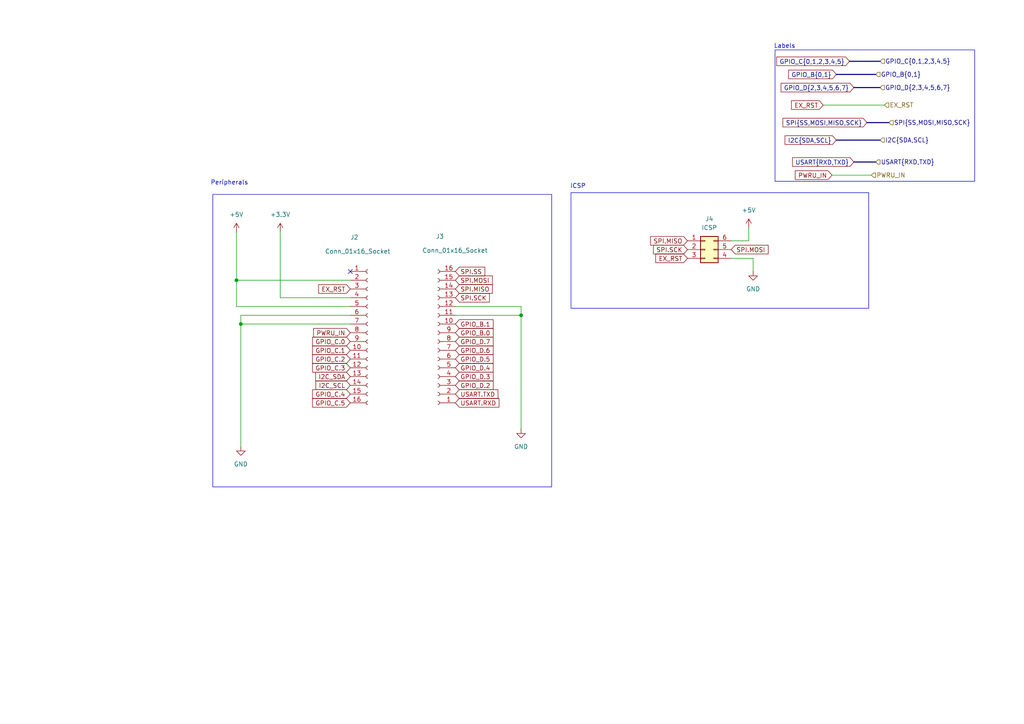
<source format=kicad_sch>
(kicad_sch
	(version 20231120)
	(generator "eeschema")
	(generator_version "8.0")
	(uuid "528918bc-6370-4981-91ea-275fffeaf55a")
	(paper "A4")
	(lib_symbols
		(symbol "Connector:Conn_01x16_Socket"
			(pin_names
				(offset 1.016) hide)
			(exclude_from_sim no)
			(in_bom yes)
			(on_board yes)
			(property "Reference" "J"
				(at 0 20.32 0)
				(effects
					(font
						(size 1.27 1.27)
					)
				)
			)
			(property "Value" "Conn_01x16_Socket"
				(at 0 -22.86 0)
				(effects
					(font
						(size 1.27 1.27)
					)
				)
			)
			(property "Footprint" ""
				(at 0 0 0)
				(effects
					(font
						(size 1.27 1.27)
					)
					(hide yes)
				)
			)
			(property "Datasheet" "~"
				(at 0 0 0)
				(effects
					(font
						(size 1.27 1.27)
					)
					(hide yes)
				)
			)
			(property "Description" "Generic connector, single row, 01x16, script generated"
				(at 0 0 0)
				(effects
					(font
						(size 1.27 1.27)
					)
					(hide yes)
				)
			)
			(property "ki_locked" ""
				(at 0 0 0)
				(effects
					(font
						(size 1.27 1.27)
					)
				)
			)
			(property "ki_keywords" "connector"
				(at 0 0 0)
				(effects
					(font
						(size 1.27 1.27)
					)
					(hide yes)
				)
			)
			(property "ki_fp_filters" "Connector*:*_1x??_*"
				(at 0 0 0)
				(effects
					(font
						(size 1.27 1.27)
					)
					(hide yes)
				)
			)
			(symbol "Conn_01x16_Socket_1_1"
				(arc
					(start 0 -19.812)
					(mid -0.5058 -20.32)
					(end 0 -20.828)
					(stroke
						(width 0.1524)
						(type default)
					)
					(fill
						(type none)
					)
				)
				(arc
					(start 0 -17.272)
					(mid -0.5058 -17.78)
					(end 0 -18.288)
					(stroke
						(width 0.1524)
						(type default)
					)
					(fill
						(type none)
					)
				)
				(arc
					(start 0 -14.732)
					(mid -0.5058 -15.24)
					(end 0 -15.748)
					(stroke
						(width 0.1524)
						(type default)
					)
					(fill
						(type none)
					)
				)
				(arc
					(start 0 -12.192)
					(mid -0.5058 -12.7)
					(end 0 -13.208)
					(stroke
						(width 0.1524)
						(type default)
					)
					(fill
						(type none)
					)
				)
				(arc
					(start 0 -9.652)
					(mid -0.5058 -10.16)
					(end 0 -10.668)
					(stroke
						(width 0.1524)
						(type default)
					)
					(fill
						(type none)
					)
				)
				(arc
					(start 0 -7.112)
					(mid -0.5058 -7.62)
					(end 0 -8.128)
					(stroke
						(width 0.1524)
						(type default)
					)
					(fill
						(type none)
					)
				)
				(arc
					(start 0 -4.572)
					(mid -0.5058 -5.08)
					(end 0 -5.588)
					(stroke
						(width 0.1524)
						(type default)
					)
					(fill
						(type none)
					)
				)
				(arc
					(start 0 -2.032)
					(mid -0.5058 -2.54)
					(end 0 -3.048)
					(stroke
						(width 0.1524)
						(type default)
					)
					(fill
						(type none)
					)
				)
				(polyline
					(pts
						(xy -1.27 -20.32) (xy -0.508 -20.32)
					)
					(stroke
						(width 0.1524)
						(type default)
					)
					(fill
						(type none)
					)
				)
				(polyline
					(pts
						(xy -1.27 -17.78) (xy -0.508 -17.78)
					)
					(stroke
						(width 0.1524)
						(type default)
					)
					(fill
						(type none)
					)
				)
				(polyline
					(pts
						(xy -1.27 -15.24) (xy -0.508 -15.24)
					)
					(stroke
						(width 0.1524)
						(type default)
					)
					(fill
						(type none)
					)
				)
				(polyline
					(pts
						(xy -1.27 -12.7) (xy -0.508 -12.7)
					)
					(stroke
						(width 0.1524)
						(type default)
					)
					(fill
						(type none)
					)
				)
				(polyline
					(pts
						(xy -1.27 -10.16) (xy -0.508 -10.16)
					)
					(stroke
						(width 0.1524)
						(type default)
					)
					(fill
						(type none)
					)
				)
				(polyline
					(pts
						(xy -1.27 -7.62) (xy -0.508 -7.62)
					)
					(stroke
						(width 0.1524)
						(type default)
					)
					(fill
						(type none)
					)
				)
				(polyline
					(pts
						(xy -1.27 -5.08) (xy -0.508 -5.08)
					)
					(stroke
						(width 0.1524)
						(type default)
					)
					(fill
						(type none)
					)
				)
				(polyline
					(pts
						(xy -1.27 -2.54) (xy -0.508 -2.54)
					)
					(stroke
						(width 0.1524)
						(type default)
					)
					(fill
						(type none)
					)
				)
				(polyline
					(pts
						(xy -1.27 0) (xy -0.508 0)
					)
					(stroke
						(width 0.1524)
						(type default)
					)
					(fill
						(type none)
					)
				)
				(polyline
					(pts
						(xy -1.27 2.54) (xy -0.508 2.54)
					)
					(stroke
						(width 0.1524)
						(type default)
					)
					(fill
						(type none)
					)
				)
				(polyline
					(pts
						(xy -1.27 5.08) (xy -0.508 5.08)
					)
					(stroke
						(width 0.1524)
						(type default)
					)
					(fill
						(type none)
					)
				)
				(polyline
					(pts
						(xy -1.27 7.62) (xy -0.508 7.62)
					)
					(stroke
						(width 0.1524)
						(type default)
					)
					(fill
						(type none)
					)
				)
				(polyline
					(pts
						(xy -1.27 10.16) (xy -0.508 10.16)
					)
					(stroke
						(width 0.1524)
						(type default)
					)
					(fill
						(type none)
					)
				)
				(polyline
					(pts
						(xy -1.27 12.7) (xy -0.508 12.7)
					)
					(stroke
						(width 0.1524)
						(type default)
					)
					(fill
						(type none)
					)
				)
				(polyline
					(pts
						(xy -1.27 15.24) (xy -0.508 15.24)
					)
					(stroke
						(width 0.1524)
						(type default)
					)
					(fill
						(type none)
					)
				)
				(polyline
					(pts
						(xy -1.27 17.78) (xy -0.508 17.78)
					)
					(stroke
						(width 0.1524)
						(type default)
					)
					(fill
						(type none)
					)
				)
				(arc
					(start 0 0.508)
					(mid -0.5058 0)
					(end 0 -0.508)
					(stroke
						(width 0.1524)
						(type default)
					)
					(fill
						(type none)
					)
				)
				(arc
					(start 0 3.048)
					(mid -0.5058 2.54)
					(end 0 2.032)
					(stroke
						(width 0.1524)
						(type default)
					)
					(fill
						(type none)
					)
				)
				(arc
					(start 0 5.588)
					(mid -0.5058 5.08)
					(end 0 4.572)
					(stroke
						(width 0.1524)
						(type default)
					)
					(fill
						(type none)
					)
				)
				(arc
					(start 0 8.128)
					(mid -0.5058 7.62)
					(end 0 7.112)
					(stroke
						(width 0.1524)
						(type default)
					)
					(fill
						(type none)
					)
				)
				(arc
					(start 0 10.668)
					(mid -0.5058 10.16)
					(end 0 9.652)
					(stroke
						(width 0.1524)
						(type default)
					)
					(fill
						(type none)
					)
				)
				(arc
					(start 0 13.208)
					(mid -0.5058 12.7)
					(end 0 12.192)
					(stroke
						(width 0.1524)
						(type default)
					)
					(fill
						(type none)
					)
				)
				(arc
					(start 0 15.748)
					(mid -0.5058 15.24)
					(end 0 14.732)
					(stroke
						(width 0.1524)
						(type default)
					)
					(fill
						(type none)
					)
				)
				(arc
					(start 0 18.288)
					(mid -0.5058 17.78)
					(end 0 17.272)
					(stroke
						(width 0.1524)
						(type default)
					)
					(fill
						(type none)
					)
				)
				(pin passive line
					(at -5.08 17.78 0)
					(length 3.81)
					(name "Pin_1"
						(effects
							(font
								(size 1.27 1.27)
							)
						)
					)
					(number "1"
						(effects
							(font
								(size 1.27 1.27)
							)
						)
					)
				)
				(pin passive line
					(at -5.08 -5.08 0)
					(length 3.81)
					(name "Pin_10"
						(effects
							(font
								(size 1.27 1.27)
							)
						)
					)
					(number "10"
						(effects
							(font
								(size 1.27 1.27)
							)
						)
					)
				)
				(pin passive line
					(at -5.08 -7.62 0)
					(length 3.81)
					(name "Pin_11"
						(effects
							(font
								(size 1.27 1.27)
							)
						)
					)
					(number "11"
						(effects
							(font
								(size 1.27 1.27)
							)
						)
					)
				)
				(pin passive line
					(at -5.08 -10.16 0)
					(length 3.81)
					(name "Pin_12"
						(effects
							(font
								(size 1.27 1.27)
							)
						)
					)
					(number "12"
						(effects
							(font
								(size 1.27 1.27)
							)
						)
					)
				)
				(pin passive line
					(at -5.08 -12.7 0)
					(length 3.81)
					(name "Pin_13"
						(effects
							(font
								(size 1.27 1.27)
							)
						)
					)
					(number "13"
						(effects
							(font
								(size 1.27 1.27)
							)
						)
					)
				)
				(pin passive line
					(at -5.08 -15.24 0)
					(length 3.81)
					(name "Pin_14"
						(effects
							(font
								(size 1.27 1.27)
							)
						)
					)
					(number "14"
						(effects
							(font
								(size 1.27 1.27)
							)
						)
					)
				)
				(pin passive line
					(at -5.08 -17.78 0)
					(length 3.81)
					(name "Pin_15"
						(effects
							(font
								(size 1.27 1.27)
							)
						)
					)
					(number "15"
						(effects
							(font
								(size 1.27 1.27)
							)
						)
					)
				)
				(pin passive line
					(at -5.08 -20.32 0)
					(length 3.81)
					(name "Pin_16"
						(effects
							(font
								(size 1.27 1.27)
							)
						)
					)
					(number "16"
						(effects
							(font
								(size 1.27 1.27)
							)
						)
					)
				)
				(pin passive line
					(at -5.08 15.24 0)
					(length 3.81)
					(name "Pin_2"
						(effects
							(font
								(size 1.27 1.27)
							)
						)
					)
					(number "2"
						(effects
							(font
								(size 1.27 1.27)
							)
						)
					)
				)
				(pin passive line
					(at -5.08 12.7 0)
					(length 3.81)
					(name "Pin_3"
						(effects
							(font
								(size 1.27 1.27)
							)
						)
					)
					(number "3"
						(effects
							(font
								(size 1.27 1.27)
							)
						)
					)
				)
				(pin passive line
					(at -5.08 10.16 0)
					(length 3.81)
					(name "Pin_4"
						(effects
							(font
								(size 1.27 1.27)
							)
						)
					)
					(number "4"
						(effects
							(font
								(size 1.27 1.27)
							)
						)
					)
				)
				(pin passive line
					(at -5.08 7.62 0)
					(length 3.81)
					(name "Pin_5"
						(effects
							(font
								(size 1.27 1.27)
							)
						)
					)
					(number "5"
						(effects
							(font
								(size 1.27 1.27)
							)
						)
					)
				)
				(pin passive line
					(at -5.08 5.08 0)
					(length 3.81)
					(name "Pin_6"
						(effects
							(font
								(size 1.27 1.27)
							)
						)
					)
					(number "6"
						(effects
							(font
								(size 1.27 1.27)
							)
						)
					)
				)
				(pin passive line
					(at -5.08 2.54 0)
					(length 3.81)
					(name "Pin_7"
						(effects
							(font
								(size 1.27 1.27)
							)
						)
					)
					(number "7"
						(effects
							(font
								(size 1.27 1.27)
							)
						)
					)
				)
				(pin passive line
					(at -5.08 0 0)
					(length 3.81)
					(name "Pin_8"
						(effects
							(font
								(size 1.27 1.27)
							)
						)
					)
					(number "8"
						(effects
							(font
								(size 1.27 1.27)
							)
						)
					)
				)
				(pin passive line
					(at -5.08 -2.54 0)
					(length 3.81)
					(name "Pin_9"
						(effects
							(font
								(size 1.27 1.27)
							)
						)
					)
					(number "9"
						(effects
							(font
								(size 1.27 1.27)
							)
						)
					)
				)
			)
		)
		(symbol "Connector_Generic:Conn_02x03_Counter_Clockwise"
			(pin_names
				(offset 1.016) hide)
			(exclude_from_sim no)
			(in_bom yes)
			(on_board yes)
			(property "Reference" "J"
				(at 1.27 5.08 0)
				(effects
					(font
						(size 1.27 1.27)
					)
				)
			)
			(property "Value" "Conn_02x03_Counter_Clockwise"
				(at 1.27 -5.08 0)
				(effects
					(font
						(size 1.27 1.27)
					)
				)
			)
			(property "Footprint" ""
				(at 0 0 0)
				(effects
					(font
						(size 1.27 1.27)
					)
					(hide yes)
				)
			)
			(property "Datasheet" "~"
				(at 0 0 0)
				(effects
					(font
						(size 1.27 1.27)
					)
					(hide yes)
				)
			)
			(property "Description" "Generic connector, double row, 02x03, counter clockwise pin numbering scheme (similar to DIP package numbering), script generated (kicad-library-utils/schlib/autogen/connector/)"
				(at 0 0 0)
				(effects
					(font
						(size 1.27 1.27)
					)
					(hide yes)
				)
			)
			(property "ki_keywords" "connector"
				(at 0 0 0)
				(effects
					(font
						(size 1.27 1.27)
					)
					(hide yes)
				)
			)
			(property "ki_fp_filters" "Connector*:*_2x??_*"
				(at 0 0 0)
				(effects
					(font
						(size 1.27 1.27)
					)
					(hide yes)
				)
			)
			(symbol "Conn_02x03_Counter_Clockwise_1_1"
				(rectangle
					(start -1.27 -2.413)
					(end 0 -2.667)
					(stroke
						(width 0.1524)
						(type default)
					)
					(fill
						(type none)
					)
				)
				(rectangle
					(start -1.27 0.127)
					(end 0 -0.127)
					(stroke
						(width 0.1524)
						(type default)
					)
					(fill
						(type none)
					)
				)
				(rectangle
					(start -1.27 2.667)
					(end 0 2.413)
					(stroke
						(width 0.1524)
						(type default)
					)
					(fill
						(type none)
					)
				)
				(rectangle
					(start -1.27 3.81)
					(end 3.81 -3.81)
					(stroke
						(width 0.254)
						(type default)
					)
					(fill
						(type background)
					)
				)
				(rectangle
					(start 3.81 -2.413)
					(end 2.54 -2.667)
					(stroke
						(width 0.1524)
						(type default)
					)
					(fill
						(type none)
					)
				)
				(rectangle
					(start 3.81 0.127)
					(end 2.54 -0.127)
					(stroke
						(width 0.1524)
						(type default)
					)
					(fill
						(type none)
					)
				)
				(rectangle
					(start 3.81 2.667)
					(end 2.54 2.413)
					(stroke
						(width 0.1524)
						(type default)
					)
					(fill
						(type none)
					)
				)
				(pin passive line
					(at -5.08 2.54 0)
					(length 3.81)
					(name "Pin_1"
						(effects
							(font
								(size 1.27 1.27)
							)
						)
					)
					(number "1"
						(effects
							(font
								(size 1.27 1.27)
							)
						)
					)
				)
				(pin passive line
					(at -5.08 0 0)
					(length 3.81)
					(name "Pin_2"
						(effects
							(font
								(size 1.27 1.27)
							)
						)
					)
					(number "2"
						(effects
							(font
								(size 1.27 1.27)
							)
						)
					)
				)
				(pin passive line
					(at -5.08 -2.54 0)
					(length 3.81)
					(name "Pin_3"
						(effects
							(font
								(size 1.27 1.27)
							)
						)
					)
					(number "3"
						(effects
							(font
								(size 1.27 1.27)
							)
						)
					)
				)
				(pin passive line
					(at 7.62 -2.54 180)
					(length 3.81)
					(name "Pin_4"
						(effects
							(font
								(size 1.27 1.27)
							)
						)
					)
					(number "4"
						(effects
							(font
								(size 1.27 1.27)
							)
						)
					)
				)
				(pin passive line
					(at 7.62 0 180)
					(length 3.81)
					(name "Pin_5"
						(effects
							(font
								(size 1.27 1.27)
							)
						)
					)
					(number "5"
						(effects
							(font
								(size 1.27 1.27)
							)
						)
					)
				)
				(pin passive line
					(at 7.62 2.54 180)
					(length 3.81)
					(name "Pin_6"
						(effects
							(font
								(size 1.27 1.27)
							)
						)
					)
					(number "6"
						(effects
							(font
								(size 1.27 1.27)
							)
						)
					)
				)
			)
		)
		(symbol "power:+3.3V"
			(power)
			(pin_numbers hide)
			(pin_names
				(offset 0) hide)
			(exclude_from_sim no)
			(in_bom yes)
			(on_board yes)
			(property "Reference" "#PWR"
				(at 0 -3.81 0)
				(effects
					(font
						(size 1.27 1.27)
					)
					(hide yes)
				)
			)
			(property "Value" "+3.3V"
				(at 0 3.556 0)
				(effects
					(font
						(size 1.27 1.27)
					)
				)
			)
			(property "Footprint" ""
				(at 0 0 0)
				(effects
					(font
						(size 1.27 1.27)
					)
					(hide yes)
				)
			)
			(property "Datasheet" ""
				(at 0 0 0)
				(effects
					(font
						(size 1.27 1.27)
					)
					(hide yes)
				)
			)
			(property "Description" "Power symbol creates a global label with name \"+3.3V\""
				(at 0 0 0)
				(effects
					(font
						(size 1.27 1.27)
					)
					(hide yes)
				)
			)
			(property "ki_keywords" "global power"
				(at 0 0 0)
				(effects
					(font
						(size 1.27 1.27)
					)
					(hide yes)
				)
			)
			(symbol "+3.3V_0_1"
				(polyline
					(pts
						(xy -0.762 1.27) (xy 0 2.54)
					)
					(stroke
						(width 0)
						(type default)
					)
					(fill
						(type none)
					)
				)
				(polyline
					(pts
						(xy 0 0) (xy 0 2.54)
					)
					(stroke
						(width 0)
						(type default)
					)
					(fill
						(type none)
					)
				)
				(polyline
					(pts
						(xy 0 2.54) (xy 0.762 1.27)
					)
					(stroke
						(width 0)
						(type default)
					)
					(fill
						(type none)
					)
				)
			)
			(symbol "+3.3V_1_1"
				(pin power_in line
					(at 0 0 90)
					(length 0)
					(name "~"
						(effects
							(font
								(size 1.27 1.27)
							)
						)
					)
					(number "1"
						(effects
							(font
								(size 1.27 1.27)
							)
						)
					)
				)
			)
		)
		(symbol "power:+5V"
			(power)
			(pin_numbers hide)
			(pin_names
				(offset 0) hide)
			(exclude_from_sim no)
			(in_bom yes)
			(on_board yes)
			(property "Reference" "#PWR"
				(at 0 -3.81 0)
				(effects
					(font
						(size 1.27 1.27)
					)
					(hide yes)
				)
			)
			(property "Value" "+5V"
				(at 0 3.556 0)
				(effects
					(font
						(size 1.27 1.27)
					)
				)
			)
			(property "Footprint" ""
				(at 0 0 0)
				(effects
					(font
						(size 1.27 1.27)
					)
					(hide yes)
				)
			)
			(property "Datasheet" ""
				(at 0 0 0)
				(effects
					(font
						(size 1.27 1.27)
					)
					(hide yes)
				)
			)
			(property "Description" "Power symbol creates a global label with name \"+5V\""
				(at 0 0 0)
				(effects
					(font
						(size 1.27 1.27)
					)
					(hide yes)
				)
			)
			(property "ki_keywords" "global power"
				(at 0 0 0)
				(effects
					(font
						(size 1.27 1.27)
					)
					(hide yes)
				)
			)
			(symbol "+5V_0_1"
				(polyline
					(pts
						(xy -0.762 1.27) (xy 0 2.54)
					)
					(stroke
						(width 0)
						(type default)
					)
					(fill
						(type none)
					)
				)
				(polyline
					(pts
						(xy 0 0) (xy 0 2.54)
					)
					(stroke
						(width 0)
						(type default)
					)
					(fill
						(type none)
					)
				)
				(polyline
					(pts
						(xy 0 2.54) (xy 0.762 1.27)
					)
					(stroke
						(width 0)
						(type default)
					)
					(fill
						(type none)
					)
				)
			)
			(symbol "+5V_1_1"
				(pin power_in line
					(at 0 0 90)
					(length 0)
					(name "~"
						(effects
							(font
								(size 1.27 1.27)
							)
						)
					)
					(number "1"
						(effects
							(font
								(size 1.27 1.27)
							)
						)
					)
				)
			)
		)
		(symbol "power:GND"
			(power)
			(pin_numbers hide)
			(pin_names
				(offset 0) hide)
			(exclude_from_sim no)
			(in_bom yes)
			(on_board yes)
			(property "Reference" "#PWR"
				(at 0 -6.35 0)
				(effects
					(font
						(size 1.27 1.27)
					)
					(hide yes)
				)
			)
			(property "Value" "GND"
				(at 0 -3.81 0)
				(effects
					(font
						(size 1.27 1.27)
					)
				)
			)
			(property "Footprint" ""
				(at 0 0 0)
				(effects
					(font
						(size 1.27 1.27)
					)
					(hide yes)
				)
			)
			(property "Datasheet" ""
				(at 0 0 0)
				(effects
					(font
						(size 1.27 1.27)
					)
					(hide yes)
				)
			)
			(property "Description" "Power symbol creates a global label with name \"GND\" , ground"
				(at 0 0 0)
				(effects
					(font
						(size 1.27 1.27)
					)
					(hide yes)
				)
			)
			(property "ki_keywords" "global power"
				(at 0 0 0)
				(effects
					(font
						(size 1.27 1.27)
					)
					(hide yes)
				)
			)
			(symbol "GND_0_1"
				(polyline
					(pts
						(xy 0 0) (xy 0 -1.27) (xy 1.27 -1.27) (xy 0 -2.54) (xy -1.27 -1.27) (xy 0 -1.27)
					)
					(stroke
						(width 0)
						(type default)
					)
					(fill
						(type none)
					)
				)
			)
			(symbol "GND_1_1"
				(pin power_in line
					(at 0 0 270)
					(length 0)
					(name "~"
						(effects
							(font
								(size 1.27 1.27)
							)
						)
					)
					(number "1"
						(effects
							(font
								(size 1.27 1.27)
							)
						)
					)
				)
			)
		)
	)
	(junction
		(at 69.85 93.98)
		(diameter 0)
		(color 0 0 0 0)
		(uuid "028ed6e0-e15c-482d-a16e-499a0cff399b")
	)
	(junction
		(at 68.58 81.28)
		(diameter 0)
		(color 0 0 0 0)
		(uuid "5a08e6be-1643-4fc0-8a00-88d41ee22e22")
	)
	(junction
		(at 151.13 91.44)
		(diameter 0)
		(color 0 0 0 0)
		(uuid "bb4624c6-9987-4a86-aacb-60c9e7e40c57")
	)
	(no_connect
		(at 101.6 78.74)
		(uuid "4138b109-334d-4e2c-9513-42feca96cbaf")
	)
	(wire
		(pts
			(xy 217.17 69.85) (xy 212.09 69.85)
		)
		(stroke
			(width 0)
			(type default)
		)
		(uuid "00219e83-fb2f-45b3-b597-823ec8dc61df")
	)
	(wire
		(pts
			(xy 151.13 91.44) (xy 151.13 124.46)
		)
		(stroke
			(width 0)
			(type default)
		)
		(uuid "038824ae-68d9-4e77-87c1-769e57b0cb1e")
	)
	(bus
		(pts
			(xy 246.38 17.78) (xy 255.27 17.78)
		)
		(stroke
			(width 0)
			(type default)
		)
		(uuid "0aba9fda-23fb-4445-91f3-9a60e6b6c01f")
	)
	(bus
		(pts
			(xy 242.57 21.59) (xy 254 21.59)
		)
		(stroke
			(width 0)
			(type default)
		)
		(uuid "1de20994-aef4-4ac9-b1bc-4d2e89e9873d")
	)
	(wire
		(pts
			(xy 217.17 66.04) (xy 217.17 69.85)
		)
		(stroke
			(width 0)
			(type default)
		)
		(uuid "24b97688-7ea9-4409-a045-7dc259c68000")
	)
	(wire
		(pts
			(xy 212.09 74.93) (xy 218.44 74.93)
		)
		(stroke
			(width 0)
			(type default)
		)
		(uuid "274b0449-159c-4c80-97c2-bca6e88857fd")
	)
	(bus
		(pts
			(xy 251.46 35.56) (xy 257.81 35.56)
		)
		(stroke
			(width 0)
			(type default)
		)
		(uuid "2a63a522-0a16-4ef4-a7a2-0caed3750c14")
	)
	(wire
		(pts
			(xy 241.3 50.8) (xy 252.73 50.8)
		)
		(stroke
			(width 0)
			(type default)
		)
		(uuid "32efa455-af4d-4469-99da-cb7303441c6a")
	)
	(wire
		(pts
			(xy 81.28 86.36) (xy 101.6 86.36)
		)
		(stroke
			(width 0)
			(type default)
		)
		(uuid "3fa30528-58f3-4eeb-9b95-238cbefac2bd")
	)
	(wire
		(pts
			(xy 69.85 91.44) (xy 101.6 91.44)
		)
		(stroke
			(width 0)
			(type default)
		)
		(uuid "49317193-2ef1-437f-a3b7-ddc55930f383")
	)
	(wire
		(pts
			(xy 132.08 88.9) (xy 151.13 88.9)
		)
		(stroke
			(width 0)
			(type default)
		)
		(uuid "5eaa3add-df87-4551-b920-310a3f7f3d0f")
	)
	(wire
		(pts
			(xy 69.85 129.54) (xy 69.85 93.98)
		)
		(stroke
			(width 0)
			(type default)
		)
		(uuid "70a6f0e6-412e-4626-b375-026066c885c7")
	)
	(bus
		(pts
			(xy 247.65 25.4) (xy 255.27 25.4)
		)
		(stroke
			(width 0)
			(type default)
		)
		(uuid "741e6f37-838e-4674-b17a-cbd367c6f086")
	)
	(wire
		(pts
			(xy 238.76 30.48) (xy 256.54 30.48)
		)
		(stroke
			(width 0)
			(type default)
		)
		(uuid "84a606ba-e395-42fd-ab34-7eb7b28ecde3")
	)
	(bus
		(pts
			(xy 242.57 40.64) (xy 255.27 40.64)
		)
		(stroke
			(width 0)
			(type default)
		)
		(uuid "936c7370-fb45-4501-b7f2-886da1a15b62")
	)
	(wire
		(pts
			(xy 101.6 88.9) (xy 68.58 88.9)
		)
		(stroke
			(width 0)
			(type default)
		)
		(uuid "9d8c09e4-e33d-4724-a412-cc2284421e12")
	)
	(bus
		(pts
			(xy 247.65 46.99) (xy 254 46.99)
		)
		(stroke
			(width 0)
			(type default)
		)
		(uuid "a6bd6cd2-5b57-40e2-851d-bbeb72983f2a")
	)
	(wire
		(pts
			(xy 101.6 81.28) (xy 68.58 81.28)
		)
		(stroke
			(width 0)
			(type default)
		)
		(uuid "a8f0f3ff-1877-4c5d-906c-0c3f502dc7c0")
	)
	(wire
		(pts
			(xy 81.28 67.31) (xy 81.28 86.36)
		)
		(stroke
			(width 0)
			(type default)
		)
		(uuid "b5ac904d-d5be-4b38-97e7-9009e018dc89")
	)
	(wire
		(pts
			(xy 68.58 81.28) (xy 68.58 88.9)
		)
		(stroke
			(width 0)
			(type default)
		)
		(uuid "c66ccabc-3b7b-40ef-ab5c-792f8c11d3b5")
	)
	(wire
		(pts
			(xy 69.85 93.98) (xy 101.6 93.98)
		)
		(stroke
			(width 0)
			(type default)
		)
		(uuid "d9f8cf6d-4b73-4706-bf26-3813a778a69d")
	)
	(wire
		(pts
			(xy 218.44 74.93) (xy 218.44 78.74)
		)
		(stroke
			(width 0)
			(type default)
		)
		(uuid "e249200b-75c0-48d1-9e73-4a5589c9dc0d")
	)
	(wire
		(pts
			(xy 132.08 91.44) (xy 151.13 91.44)
		)
		(stroke
			(width 0)
			(type default)
		)
		(uuid "ecc2b1e1-f159-4627-b39b-6005360f741e")
	)
	(wire
		(pts
			(xy 68.58 81.28) (xy 68.58 67.31)
		)
		(stroke
			(width 0)
			(type default)
		)
		(uuid "f3ef7fe2-cb69-4ec2-8832-4b6147020c21")
	)
	(wire
		(pts
			(xy 151.13 88.9) (xy 151.13 91.44)
		)
		(stroke
			(width 0)
			(type default)
		)
		(uuid "fa7d6a83-33ec-4b32-befb-f874b9b1e598")
	)
	(wire
		(pts
			(xy 69.85 93.98) (xy 69.85 91.44)
		)
		(stroke
			(width 0)
			(type default)
		)
		(uuid "fee7c98e-3d75-4ef0-bcb7-cb867eb95bc3")
	)
	(rectangle
		(start 61.722 56.388)
		(end 160.02 141.224)
		(stroke
			(width 0)
			(type default)
		)
		(fill
			(type none)
		)
		(uuid 5f877d0b-3fe7-4567-aaba-47109f250ee8)
	)
	(rectangle
		(start 165.608 55.88)
		(end 251.968 89.408)
		(stroke
			(width 0)
			(type default)
		)
		(fill
			(type none)
		)
		(uuid e74f0dd6-6e20-4fe2-9a57-99a8992721cb)
	)
	(rectangle
		(start 224.79 14.478)
		(end 282.702 52.578)
		(stroke
			(width 0)
			(type default)
		)
		(fill
			(type none)
		)
		(uuid fda507cc-2d80-44e7-bfa8-9e01665515d0)
	)
	(text "Peripherals\n"
		(exclude_from_sim no)
		(at 66.548 53.086 0)
		(effects
			(font
				(size 1.27 1.27)
			)
		)
		(uuid "337ef0be-a648-428a-8893-d35a393a3016")
	)
	(text "ICSP\n"
		(exclude_from_sim no)
		(at 167.64 54.102 0)
		(effects
			(font
				(size 1.27 1.27)
			)
		)
		(uuid "550c7240-3ae3-48a8-8b34-057e246fd332")
	)
	(text "Labels\n"
		(exclude_from_sim no)
		(at 227.584 13.462 0)
		(effects
			(font
				(size 1.27 1.27)
			)
		)
		(uuid "95cd7bc2-73c7-4918-b07b-4a75a53325d8")
	)
	(global_label "GPIO_D.2"
		(shape input)
		(at 132.08 111.76 0)
		(fields_autoplaced yes)
		(effects
			(font
				(size 1.27 1.27)
			)
			(justify left)
		)
		(uuid "019fbfaa-9612-48c1-b36c-74889e3bc16b")
		(property "Intersheetrefs" "${INTERSHEET_REFS}"
			(at 143.5924 111.76 0)
			(effects
				(font
					(size 1.27 1.27)
				)
				(justify left)
				(hide yes)
			)
		)
	)
	(global_label "GPIO_C.5"
		(shape input)
		(at 101.6 116.84 180)
		(fields_autoplaced yes)
		(effects
			(font
				(size 1.27 1.27)
			)
			(justify right)
		)
		(uuid "01b40703-335d-431c-9df9-840369fa290b")
		(property "Intersheetrefs" "${INTERSHEET_REFS}"
			(at 90.0876 116.84 0)
			(effects
				(font
					(size 1.27 1.27)
				)
				(justify right)
				(hide yes)
			)
		)
	)
	(global_label "GPIO_D.4"
		(shape input)
		(at 132.08 106.68 0)
		(fields_autoplaced yes)
		(effects
			(font
				(size 1.27 1.27)
			)
			(justify left)
		)
		(uuid "25bd3913-7a8f-475c-aca5-accc5b23318a")
		(property "Intersheetrefs" "${INTERSHEET_REFS}"
			(at 143.5924 106.68 0)
			(effects
				(font
					(size 1.27 1.27)
				)
				(justify left)
				(hide yes)
			)
		)
	)
	(global_label "SPI.MISO"
		(shape input)
		(at 132.08 83.82 0)
		(fields_autoplaced yes)
		(effects
			(font
				(size 1.27 1.27)
			)
			(justify left)
		)
		(uuid "310c9251-c10b-4ef0-983c-467ff08bd603")
		(property "Intersheetrefs" "${INTERSHEET_REFS}"
			(at 143.3505 83.82 0)
			(effects
				(font
					(size 1.27 1.27)
				)
				(justify left)
				(hide yes)
			)
		)
	)
	(global_label "GPIO_D.6"
		(shape input)
		(at 132.08 101.6 0)
		(fields_autoplaced yes)
		(effects
			(font
				(size 1.27 1.27)
			)
			(justify left)
		)
		(uuid "3bc1cda5-16fd-4d21-a9a1-225111b6e95d")
		(property "Intersheetrefs" "${INTERSHEET_REFS}"
			(at 143.5924 101.6 0)
			(effects
				(font
					(size 1.27 1.27)
				)
				(justify left)
				(hide yes)
			)
		)
	)
	(global_label "SPI.MOSI"
		(shape input)
		(at 212.09 72.39 0)
		(fields_autoplaced yes)
		(effects
			(font
				(size 1.27 1.27)
			)
			(justify left)
		)
		(uuid "405d340d-7bf0-4eeb-b288-4e87ed29af9f")
		(property "Intersheetrefs" "${INTERSHEET_REFS}"
			(at 223.3605 72.39 0)
			(effects
				(font
					(size 1.27 1.27)
				)
				(justify left)
				(hide yes)
			)
		)
	)
	(global_label "GPIO_D.5"
		(shape input)
		(at 132.08 104.14 0)
		(fields_autoplaced yes)
		(effects
			(font
				(size 1.27 1.27)
			)
			(justify left)
		)
		(uuid "4139b61c-39bc-40db-91ed-9fe54dbf7878")
		(property "Intersheetrefs" "${INTERSHEET_REFS}"
			(at 143.5924 104.14 0)
			(effects
				(font
					(size 1.27 1.27)
				)
				(justify left)
				(hide yes)
			)
		)
	)
	(global_label "GPIO_C.3"
		(shape input)
		(at 101.6 106.68 180)
		(fields_autoplaced yes)
		(effects
			(font
				(size 1.27 1.27)
			)
			(justify right)
		)
		(uuid "4bdce910-3199-42ad-baff-6c0426209ec6")
		(property "Intersheetrefs" "${INTERSHEET_REFS}"
			(at 90.0876 106.68 0)
			(effects
				(font
					(size 1.27 1.27)
				)
				(justify right)
				(hide yes)
			)
		)
	)
	(global_label "I2C_SDA"
		(shape input)
		(at 101.6 109.22 180)
		(fields_autoplaced yes)
		(effects
			(font
				(size 1.27 1.27)
			)
			(justify right)
		)
		(uuid "4ffe4386-c5af-460f-afc9-2cf0d3af0479")
		(property "Intersheetrefs" "${INTERSHEET_REFS}"
			(at 90.9948 109.22 0)
			(effects
				(font
					(size 1.27 1.27)
				)
				(justify right)
				(hide yes)
			)
		)
	)
	(global_label "SPI.MOSI"
		(shape input)
		(at 132.08 81.28 0)
		(fields_autoplaced yes)
		(effects
			(font
				(size 1.27 1.27)
			)
			(justify left)
		)
		(uuid "51bab58f-bf96-4070-a154-346fd68aee84")
		(property "Intersheetrefs" "${INTERSHEET_REFS}"
			(at 143.3505 81.28 0)
			(effects
				(font
					(size 1.27 1.27)
				)
				(justify left)
				(hide yes)
			)
		)
	)
	(global_label "SPI.SS"
		(shape input)
		(at 132.08 78.74 0)
		(fields_autoplaced yes)
		(effects
			(font
				(size 1.27 1.27)
			)
			(justify left)
		)
		(uuid "54bc3a46-4131-4f5a-b30f-6e340084946b")
		(property "Intersheetrefs" "${INTERSHEET_REFS}"
			(at 141.1733 78.74 0)
			(effects
				(font
					(size 1.27 1.27)
				)
				(justify left)
				(hide yes)
			)
		)
	)
	(global_label "SPI.SCK"
		(shape input)
		(at 132.08 86.36 0)
		(fields_autoplaced yes)
		(effects
			(font
				(size 1.27 1.27)
			)
			(justify left)
		)
		(uuid "5520b4cc-1d6c-4eec-91d6-802ec80a33af")
		(property "Intersheetrefs" "${INTERSHEET_REFS}"
			(at 142.5038 86.36 0)
			(effects
				(font
					(size 1.27 1.27)
				)
				(justify left)
				(hide yes)
			)
		)
	)
	(global_label "GPIO_B{0,1}"
		(shape input)
		(at 242.57 21.59 180)
		(fields_autoplaced yes)
		(effects
			(font
				(size 1.27 1.27)
			)
			(justify right)
		)
		(uuid "58d86204-b287-447d-ba2a-17d318d6e43f")
		(property "Intersheetrefs" "${INTERSHEET_REFS}"
			(at 228.1547 21.59 0)
			(effects
				(font
					(size 1.27 1.27)
				)
				(justify right)
				(hide yes)
			)
		)
	)
	(global_label "GPIO_C.2"
		(shape input)
		(at 101.6 104.14 180)
		(fields_autoplaced yes)
		(effects
			(font
				(size 1.27 1.27)
			)
			(justify right)
		)
		(uuid "5962e3b2-c831-4320-9d90-7c4b0b6330db")
		(property "Intersheetrefs" "${INTERSHEET_REFS}"
			(at 90.0876 104.14 0)
			(effects
				(font
					(size 1.27 1.27)
				)
				(justify right)
				(hide yes)
			)
		)
	)
	(global_label "USART.TXD"
		(shape input)
		(at 132.08 114.3 0)
		(fields_autoplaced yes)
		(effects
			(font
				(size 1.27 1.27)
			)
			(justify left)
		)
		(uuid "5bf1e17c-6390-458d-9428-e818b6316107")
		(property "Intersheetrefs" "${INTERSHEET_REFS}"
			(at 144.9833 114.3 0)
			(effects
				(font
					(size 1.27 1.27)
				)
				(justify left)
				(hide yes)
			)
		)
	)
	(global_label "EX_RST"
		(shape input)
		(at 199.39 74.93 180)
		(fields_autoplaced yes)
		(effects
			(font
				(size 1.27 1.27)
			)
			(justify right)
		)
		(uuid "61daa18e-c26c-4af3-a76e-b35b8309e638")
		(property "Intersheetrefs" "${INTERSHEET_REFS}"
			(at 189.6316 74.93 0)
			(effects
				(font
					(size 1.27 1.27)
				)
				(justify right)
				(hide yes)
			)
		)
	)
	(global_label "GPIO_D.3"
		(shape input)
		(at 132.08 109.22 0)
		(fields_autoplaced yes)
		(effects
			(font
				(size 1.27 1.27)
			)
			(justify left)
		)
		(uuid "63a86725-9b66-4c35-9341-e29a4e899ef8")
		(property "Intersheetrefs" "${INTERSHEET_REFS}"
			(at 143.5924 109.22 0)
			(effects
				(font
					(size 1.27 1.27)
				)
				(justify left)
				(hide yes)
			)
		)
	)
	(global_label "GPIO_C.4"
		(shape input)
		(at 101.6 114.3 180)
		(fields_autoplaced yes)
		(effects
			(font
				(size 1.27 1.27)
			)
			(justify right)
		)
		(uuid "7366c135-e2f0-4fd5-9e56-788e9c3c24a0")
		(property "Intersheetrefs" "${INTERSHEET_REFS}"
			(at 90.0876 114.3 0)
			(effects
				(font
					(size 1.27 1.27)
				)
				(justify right)
				(hide yes)
			)
		)
	)
	(global_label "GPIO_C.0"
		(shape input)
		(at 101.6 99.06 180)
		(fields_autoplaced yes)
		(effects
			(font
				(size 1.27 1.27)
			)
			(justify right)
		)
		(uuid "7a34fe6b-2ba1-49b6-8f75-6a3577cd45b9")
		(property "Intersheetrefs" "${INTERSHEET_REFS}"
			(at 90.0876 99.06 0)
			(effects
				(font
					(size 1.27 1.27)
				)
				(justify right)
				(hide yes)
			)
		)
	)
	(global_label "GPIO_D{2,3,4,5,6,7}"
		(shape input)
		(at 247.65 25.4 180)
		(fields_autoplaced yes)
		(effects
			(font
				(size 1.27 1.27)
			)
			(justify right)
		)
		(uuid "7f9a18e4-d3a6-482e-a3c5-0c28c046da85")
		(property "Intersheetrefs" "${INTERSHEET_REFS}"
			(at 225.9775 25.4 0)
			(effects
				(font
					(size 1.27 1.27)
				)
				(justify right)
				(hide yes)
			)
		)
	)
	(global_label "SPI.SCK"
		(shape input)
		(at 199.39 72.39 180)
		(fields_autoplaced yes)
		(effects
			(font
				(size 1.27 1.27)
			)
			(justify right)
		)
		(uuid "a1b7a450-85d0-48ae-aedb-a4e655e889c0")
		(property "Intersheetrefs" "${INTERSHEET_REFS}"
			(at 188.9662 72.39 0)
			(effects
				(font
					(size 1.27 1.27)
				)
				(justify right)
				(hide yes)
			)
		)
	)
	(global_label "EX_RST"
		(shape input)
		(at 238.76 30.48 180)
		(fields_autoplaced yes)
		(effects
			(font
				(size 1.27 1.27)
			)
			(justify right)
		)
		(uuid "a6daaa5a-3acf-4443-ac1f-e6dc4acf0076")
		(property "Intersheetrefs" "${INTERSHEET_REFS}"
			(at 229.0016 30.48 0)
			(effects
				(font
					(size 1.27 1.27)
				)
				(justify right)
				(hide yes)
			)
		)
	)
	(global_label "GPIO_C.1"
		(shape input)
		(at 101.6 101.6 180)
		(fields_autoplaced yes)
		(effects
			(font
				(size 1.27 1.27)
			)
			(justify right)
		)
		(uuid "af9b9d9f-a17d-4df5-8ef0-14b09d116174")
		(property "Intersheetrefs" "${INTERSHEET_REFS}"
			(at 90.0876 101.6 0)
			(effects
				(font
					(size 1.27 1.27)
				)
				(justify right)
				(hide yes)
			)
		)
	)
	(global_label "GPIO_B.0"
		(shape input)
		(at 132.08 96.52 0)
		(fields_autoplaced yes)
		(effects
			(font
				(size 1.27 1.27)
			)
			(justify left)
		)
		(uuid "b387b8b8-1757-492a-aa92-462b9d85e22d")
		(property "Intersheetrefs" "${INTERSHEET_REFS}"
			(at 143.5924 96.52 0)
			(effects
				(font
					(size 1.27 1.27)
				)
				(justify left)
				(hide yes)
			)
		)
	)
	(global_label "SPI{SS,MOSI,MISO,SCK}"
		(shape input)
		(at 251.46 35.56 180)
		(fields_autoplaced yes)
		(effects
			(font
				(size 1.27 1.27)
			)
			(justify right)
		)
		(uuid "b72a86b5-d130-4ccb-894d-f944cc37ecc8")
		(property "Intersheetrefs" "${INTERSHEET_REFS}"
			(at 226.5218 35.56 0)
			(effects
				(font
					(size 1.27 1.27)
				)
				(justify right)
				(hide yes)
			)
		)
	)
	(global_label "USART{RXD,TXD}"
		(shape input)
		(at 247.65 46.99 180)
		(fields_autoplaced yes)
		(effects
			(font
				(size 1.27 1.27)
			)
			(justify right)
		)
		(uuid "ba672d33-c10e-4d33-915f-87ea4aed70fc")
		(property "Intersheetrefs" "${INTERSHEET_REFS}"
			(at 229.3038 46.99 0)
			(effects
				(font
					(size 1.27 1.27)
				)
				(justify right)
				(hide yes)
			)
		)
	)
	(global_label "EX_RST"
		(shape input)
		(at 101.6 83.82 180)
		(fields_autoplaced yes)
		(effects
			(font
				(size 1.27 1.27)
			)
			(justify right)
		)
		(uuid "bb9415f5-673e-4281-9132-f542902f1ad7")
		(property "Intersheetrefs" "${INTERSHEET_REFS}"
			(at 91.8416 83.82 0)
			(effects
				(font
					(size 1.27 1.27)
				)
				(justify right)
				(hide yes)
			)
		)
	)
	(global_label "GPIO_C{0,1,2,3,4,5}"
		(shape input)
		(at 246.38 17.78 180)
		(fields_autoplaced yes)
		(effects
			(font
				(size 1.27 1.27)
			)
			(justify right)
		)
		(uuid "bf84127a-b7a0-4d2f-b4b7-9175abcb520d")
		(property "Intersheetrefs" "${INTERSHEET_REFS}"
			(at 224.7075 17.78 0)
			(effects
				(font
					(size 1.27 1.27)
				)
				(justify right)
				(hide yes)
			)
		)
	)
	(global_label "USART.RXD"
		(shape input)
		(at 132.08 116.84 0)
		(fields_autoplaced yes)
		(effects
			(font
				(size 1.27 1.27)
			)
			(justify left)
		)
		(uuid "cdd60bc4-f365-45ed-9b8a-f4647d476498")
		(property "Intersheetrefs" "${INTERSHEET_REFS}"
			(at 145.2857 116.84 0)
			(effects
				(font
					(size 1.27 1.27)
				)
				(justify left)
				(hide yes)
			)
		)
	)
	(global_label "I2C{SDA,SCL}"
		(shape input)
		(at 242.57 40.64 180)
		(fields_autoplaced yes)
		(effects
			(font
				(size 1.27 1.27)
			)
			(justify right)
		)
		(uuid "d17b04a2-b1c0-4a28-9812-df32b76380bc")
		(property "Intersheetrefs" "${INTERSHEET_REFS}"
			(at 227.1266 40.64 0)
			(effects
				(font
					(size 1.27 1.27)
				)
				(justify right)
				(hide yes)
			)
		)
	)
	(global_label "GPIO_D.7"
		(shape input)
		(at 132.08 99.06 0)
		(fields_autoplaced yes)
		(effects
			(font
				(size 1.27 1.27)
			)
			(justify left)
		)
		(uuid "d2c7c733-9379-48cf-a026-63bd36084c93")
		(property "Intersheetrefs" "${INTERSHEET_REFS}"
			(at 143.5924 99.06 0)
			(effects
				(font
					(size 1.27 1.27)
				)
				(justify left)
				(hide yes)
			)
		)
	)
	(global_label "PWRU_IN"
		(shape input)
		(at 101.6 96.52 180)
		(fields_autoplaced yes)
		(effects
			(font
				(size 1.27 1.27)
			)
			(justify right)
		)
		(uuid "dd2222b8-0484-422e-9aab-8b2a0ca9608a")
		(property "Intersheetrefs" "${INTERSHEET_REFS}"
			(at 90.39 96.52 0)
			(effects
				(font
					(size 1.27 1.27)
				)
				(justify right)
				(hide yes)
			)
		)
	)
	(global_label "SPI.MISO"
		(shape input)
		(at 199.39 69.85 180)
		(fields_autoplaced yes)
		(effects
			(font
				(size 1.27 1.27)
			)
			(justify right)
		)
		(uuid "eba15f78-d24b-4413-8bfb-186db558d176")
		(property "Intersheetrefs" "${INTERSHEET_REFS}"
			(at 188.1195 69.85 0)
			(effects
				(font
					(size 1.27 1.27)
				)
				(justify right)
				(hide yes)
			)
		)
	)
	(global_label "I2C_SCL"
		(shape input)
		(at 101.6 111.76 180)
		(fields_autoplaced yes)
		(effects
			(font
				(size 1.27 1.27)
			)
			(justify right)
		)
		(uuid "ec8e90c2-be3b-43c3-a7ee-bccdf4e2051c")
		(property "Intersheetrefs" "${INTERSHEET_REFS}"
			(at 91.0553 111.76 0)
			(effects
				(font
					(size 1.27 1.27)
				)
				(justify right)
				(hide yes)
			)
		)
	)
	(global_label "PWRU_IN"
		(shape input)
		(at 241.3 50.8 180)
		(fields_autoplaced yes)
		(effects
			(font
				(size 1.27 1.27)
			)
			(justify right)
		)
		(uuid "ed14b9aa-d98b-424e-a6e0-df00bfd2d807")
		(property "Intersheetrefs" "${INTERSHEET_REFS}"
			(at 230.09 50.8 0)
			(effects
				(font
					(size 1.27 1.27)
				)
				(justify right)
				(hide yes)
			)
		)
	)
	(global_label "GPIO_B.1"
		(shape input)
		(at 132.08 93.98 0)
		(fields_autoplaced yes)
		(effects
			(font
				(size 1.27 1.27)
			)
			(justify left)
		)
		(uuid "f504b78a-ae8f-42d5-bf9b-f3589f8505b0")
		(property "Intersheetrefs" "${INTERSHEET_REFS}"
			(at 143.5924 93.98 0)
			(effects
				(font
					(size 1.27 1.27)
				)
				(justify left)
				(hide yes)
			)
		)
	)
	(hierarchical_label "I2C{SDA,SCL}"
		(shape input)
		(at 255.27 40.64 0)
		(fields_autoplaced yes)
		(effects
			(font
				(size 1.27 1.27)
			)
			(justify left)
		)
		(uuid "2d2de37c-cc60-41e4-8e7f-6d3023184c05")
	)
	(hierarchical_label "SPI{SS,MOSI,MISO,SCK}"
		(shape input)
		(at 257.81 35.56 0)
		(fields_autoplaced yes)
		(effects
			(font
				(size 1.27 1.27)
			)
			(justify left)
		)
		(uuid "5a9219a5-1b4c-4f81-8063-e65905fc1dce")
	)
	(hierarchical_label "GPIO_C{0,1,2,3,4,5}"
		(shape input)
		(at 255.27 17.78 0)
		(fields_autoplaced yes)
		(effects
			(font
				(size 1.27 1.27)
			)
			(justify left)
		)
		(uuid "6749ceb0-1c3c-4fe0-b7b6-a1e4578c677b")
	)
	(hierarchical_label "GPIO_B{0,1}"
		(shape input)
		(at 254 21.59 0)
		(fields_autoplaced yes)
		(effects
			(font
				(size 1.27 1.27)
			)
			(justify left)
		)
		(uuid "74a8da11-41d8-4516-9f71-675df23e7288")
	)
	(hierarchical_label "USART{RXD,TXD}"
		(shape input)
		(at 254 46.99 0)
		(fields_autoplaced yes)
		(effects
			(font
				(size 1.27 1.27)
			)
			(justify left)
		)
		(uuid "a180dbe3-d2b8-4767-b622-d7ac7ca7b38b")
	)
	(hierarchical_label "GPIO_D{2,3,4,5,6,7}"
		(shape input)
		(at 255.27 25.4 0)
		(fields_autoplaced yes)
		(effects
			(font
				(size 1.27 1.27)
			)
			(justify left)
		)
		(uuid "cfee38ac-121f-4197-84a0-709ed820ec15")
	)
	(hierarchical_label "PWRU_IN"
		(shape input)
		(at 252.73 50.8 0)
		(fields_autoplaced yes)
		(effects
			(font
				(size 1.27 1.27)
			)
			(justify left)
		)
		(uuid "eac2221a-e4cc-48b6-b9a9-c1077f4faf76")
	)
	(hierarchical_label "EX_RST"
		(shape input)
		(at 256.54 30.48 0)
		(fields_autoplaced yes)
		(effects
			(font
				(size 1.27 1.27)
			)
			(justify left)
		)
		(uuid "fad03707-ea81-4e83-ae35-3847afd383c7")
	)
	(symbol
		(lib_id "power:GND")
		(at 151.13 124.46 0)
		(unit 1)
		(exclude_from_sim no)
		(in_bom yes)
		(on_board yes)
		(dnp no)
		(fields_autoplaced yes)
		(uuid "115a6da0-1931-4ab0-8cac-c95bba58cc46")
		(property "Reference" "#PWR041"
			(at 151.13 130.81 0)
			(effects
				(font
					(size 1.27 1.27)
				)
				(hide yes)
			)
		)
		(property "Value" "GND"
			(at 151.13 129.54 0)
			(effects
				(font
					(size 1.27 1.27)
				)
			)
		)
		(property "Footprint" ""
			(at 151.13 124.46 0)
			(effects
				(font
					(size 1.27 1.27)
				)
				(hide yes)
			)
		)
		(property "Datasheet" ""
			(at 151.13 124.46 0)
			(effects
				(font
					(size 1.27 1.27)
				)
				(hide yes)
			)
		)
		(property "Description" "Power symbol creates a global label with name \"GND\" , ground"
			(at 151.13 124.46 0)
			(effects
				(font
					(size 1.27 1.27)
				)
				(hide yes)
			)
		)
		(pin "1"
			(uuid "48e37d4d-6dc2-44e4-b7fb-ea8826b56f0f")
		)
		(instances
			(project "Socet_Onboarding"
				(path "/4f6ede97-95f2-479b-8a62-4dd4f1f7b83b/14c97030-692e-4ee9-b2cf-7b98b548d1f9"
					(reference "#PWR041")
					(unit 1)
				)
			)
		)
	)
	(symbol
		(lib_id "power:+3.3V")
		(at 81.28 67.31 0)
		(unit 1)
		(exclude_from_sim no)
		(in_bom yes)
		(on_board yes)
		(dnp no)
		(fields_autoplaced yes)
		(uuid "1189e305-6ccf-4c18-8a7b-a4cf30236dcb")
		(property "Reference" "#PWR039"
			(at 81.28 71.12 0)
			(effects
				(font
					(size 1.27 1.27)
				)
				(hide yes)
			)
		)
		(property "Value" "+3.3V"
			(at 81.28 62.23 0)
			(effects
				(font
					(size 1.27 1.27)
				)
			)
		)
		(property "Footprint" ""
			(at 81.28 67.31 0)
			(effects
				(font
					(size 1.27 1.27)
				)
				(hide yes)
			)
		)
		(property "Datasheet" ""
			(at 81.28 67.31 0)
			(effects
				(font
					(size 1.27 1.27)
				)
				(hide yes)
			)
		)
		(property "Description" "Power symbol creates a global label with name \"+3.3V\""
			(at 81.28 67.31 0)
			(effects
				(font
					(size 1.27 1.27)
				)
				(hide yes)
			)
		)
		(pin "1"
			(uuid "aed15e1d-ab9a-4fbe-8d6d-10507c4f686a")
		)
		(instances
			(project ""
				(path "/4f6ede97-95f2-479b-8a62-4dd4f1f7b83b/14c97030-692e-4ee9-b2cf-7b98b548d1f9"
					(reference "#PWR039")
					(unit 1)
				)
			)
		)
	)
	(symbol
		(lib_id "power:+5V")
		(at 217.17 66.04 0)
		(unit 1)
		(exclude_from_sim no)
		(in_bom yes)
		(on_board yes)
		(dnp no)
		(fields_autoplaced yes)
		(uuid "1721c4af-02b5-4ec1-b925-12f3958b053b")
		(property "Reference" "#PWR043"
			(at 217.17 69.85 0)
			(effects
				(font
					(size 1.27 1.27)
				)
				(hide yes)
			)
		)
		(property "Value" "+5V"
			(at 217.17 60.96 0)
			(effects
				(font
					(size 1.27 1.27)
				)
			)
		)
		(property "Footprint" ""
			(at 217.17 66.04 0)
			(effects
				(font
					(size 1.27 1.27)
				)
				(hide yes)
			)
		)
		(property "Datasheet" ""
			(at 217.17 66.04 0)
			(effects
				(font
					(size 1.27 1.27)
				)
				(hide yes)
			)
		)
		(property "Description" "Power symbol creates a global label with name \"+5V\""
			(at 217.17 66.04 0)
			(effects
				(font
					(size 1.27 1.27)
				)
				(hide yes)
			)
		)
		(pin "1"
			(uuid "401de6b0-4b9f-4b6b-a426-8ff0dc1bbda3")
		)
		(instances
			(project "Socet_Onboarding"
				(path "/4f6ede97-95f2-479b-8a62-4dd4f1f7b83b/14c97030-692e-4ee9-b2cf-7b98b548d1f9"
					(reference "#PWR043")
					(unit 1)
				)
			)
		)
	)
	(symbol
		(lib_id "Connector:Conn_01x16_Socket")
		(at 127 99.06 180)
		(unit 1)
		(exclude_from_sim no)
		(in_bom yes)
		(on_board yes)
		(dnp no)
		(uuid "2e6371bd-1be4-45de-bd36-01fcdb2e1c16")
		(property "Reference" "J3"
			(at 128.778 68.58 0)
			(effects
				(font
					(size 1.27 1.27)
				)
				(justify left)
			)
		)
		(property "Value" "Conn_01x16_Socket"
			(at 141.478 72.644 0)
			(effects
				(font
					(size 1.27 1.27)
				)
				(justify left)
			)
		)
		(property "Footprint" "Connector_PinHeader_2.54mm:PinHeader_1x16_P2.54mm_Vertical"
			(at 127 99.06 0)
			(effects
				(font
					(size 1.27 1.27)
				)
				(hide yes)
			)
		)
		(property "Datasheet" "~"
			(at 127 99.06 0)
			(effects
				(font
					(size 1.27 1.27)
				)
				(hide yes)
			)
		)
		(property "Description" "Generic connector, single row, 01x16, script generated"
			(at 127 99.06 0)
			(effects
				(font
					(size 1.27 1.27)
				)
				(hide yes)
			)
		)
		(pin "5"
			(uuid "a0c93f1e-6b52-4043-9ab5-ee61b790ec5f")
		)
		(pin "12"
			(uuid "b6febb30-419f-4453-85e1-d580a8de3ad3")
		)
		(pin "1"
			(uuid "86262565-42ff-4653-ad66-f987094e2b8b")
		)
		(pin "2"
			(uuid "94eed702-3e2d-4f61-92e0-f1d997cb8fe5")
		)
		(pin "15"
			(uuid "b632b7d1-cdf0-4ed2-a95a-77487a133e07")
		)
		(pin "9"
			(uuid "19ebe1e3-cdf4-4db5-bd39-8195181b3999")
		)
		(pin "14"
			(uuid "62128516-a8be-409f-9341-c7fbe0050b8b")
		)
		(pin "7"
			(uuid "66dfc6f3-0ffc-42c9-b027-39e2c0c7a0a7")
		)
		(pin "10"
			(uuid "d70f9b34-685c-42e4-9e79-e6421947485a")
		)
		(pin "4"
			(uuid "275d6656-8bee-4dd7-8d29-a659a23128ee")
		)
		(pin "11"
			(uuid "d41e553a-b166-4e43-bf49-bcc09d7e170b")
		)
		(pin "13"
			(uuid "657dea97-da3a-4c46-ba14-dca76a466af4")
		)
		(pin "16"
			(uuid "e1290587-f634-4412-ab12-c3662132df0c")
		)
		(pin "3"
			(uuid "045f1c79-d2fc-45c6-9bf6-a03f5e69c5d1")
		)
		(pin "8"
			(uuid "784f6a4b-00dd-4849-aacb-2eae9e7813c0")
		)
		(pin "6"
			(uuid "756f0c94-21b9-4d61-a19f-99b30ed50f2b")
		)
		(instances
			(project "Socet_Onboarding"
				(path "/4f6ede97-95f2-479b-8a62-4dd4f1f7b83b/14c97030-692e-4ee9-b2cf-7b98b548d1f9"
					(reference "J3")
					(unit 1)
				)
			)
		)
	)
	(symbol
		(lib_id "Connector:Conn_01x16_Socket")
		(at 106.68 96.52 0)
		(unit 1)
		(exclude_from_sim no)
		(in_bom yes)
		(on_board yes)
		(dnp no)
		(uuid "5874a58a-3665-41cd-8fb4-624edcc88e10")
		(property "Reference" "J2"
			(at 101.6 68.834 0)
			(effects
				(font
					(size 1.27 1.27)
				)
				(justify left)
			)
		)
		(property "Value" "Conn_01x16_Socket"
			(at 94.234 72.898 0)
			(effects
				(font
					(size 1.27 1.27)
				)
				(justify left)
			)
		)
		(property "Footprint" "Connector_PinHeader_2.54mm:PinHeader_1x16_P2.54mm_Vertical"
			(at 106.68 96.52 0)
			(effects
				(font
					(size 1.27 1.27)
				)
				(hide yes)
			)
		)
		(property "Datasheet" "~"
			(at 106.68 96.52 0)
			(effects
				(font
					(size 1.27 1.27)
				)
				(hide yes)
			)
		)
		(property "Description" "Generic connector, single row, 01x16, script generated"
			(at 106.68 96.52 0)
			(effects
				(font
					(size 1.27 1.27)
				)
				(hide yes)
			)
		)
		(pin "5"
			(uuid "68819adb-d1bd-43b9-a6b9-36c52dee3b95")
		)
		(pin "12"
			(uuid "ec6aab83-804e-44f4-9edc-e441dd89c932")
		)
		(pin "1"
			(uuid "93f847e2-36d1-44e4-8f07-2c5d06c6b201")
		)
		(pin "2"
			(uuid "0e7949bc-cd6b-4e81-8eeb-e1840100dcf6")
		)
		(pin "15"
			(uuid "0dd38e3a-2310-41e9-84b3-bf8cf41d6954")
		)
		(pin "9"
			(uuid "950716ae-e1ae-4f18-a2a9-9eaf46ed67c8")
		)
		(pin "14"
			(uuid "66eec4d2-4ed0-4f05-92f1-c6210a201089")
		)
		(pin "7"
			(uuid "eb1e8ff8-f7ea-45be-be50-fd784e29a841")
		)
		(pin "10"
			(uuid "e6b7623a-8512-4561-87be-11040530407f")
		)
		(pin "4"
			(uuid "66d83f11-1afe-4257-ae0f-62633485096c")
		)
		(pin "11"
			(uuid "275f81df-cc61-489e-8d17-92af8cab6a96")
		)
		(pin "13"
			(uuid "872e25d4-8cbe-47d1-8d3c-45ce14768775")
		)
		(pin "16"
			(uuid "d377729c-b1ec-4909-9aa4-0b8f77f1a867")
		)
		(pin "3"
			(uuid "26819e45-e05a-4ee5-b85c-e1cc480ea92a")
		)
		(pin "8"
			(uuid "f6ec2cdb-dec9-4b39-87a6-cc99788210f4")
		)
		(pin "6"
			(uuid "1a021d2b-2b0d-4e85-a0d4-ebde3dece968")
		)
		(instances
			(project "Socet_Onboarding"
				(path "/4f6ede97-95f2-479b-8a62-4dd4f1f7b83b/14c97030-692e-4ee9-b2cf-7b98b548d1f9"
					(reference "J2")
					(unit 1)
				)
			)
		)
	)
	(symbol
		(lib_id "power:GND")
		(at 218.44 78.74 0)
		(unit 1)
		(exclude_from_sim no)
		(in_bom yes)
		(on_board yes)
		(dnp no)
		(fields_autoplaced yes)
		(uuid "625aba47-16a0-4d3b-b6d9-668a4ae2799d")
		(property "Reference" "#PWR042"
			(at 218.44 85.09 0)
			(effects
				(font
					(size 1.27 1.27)
				)
				(hide yes)
			)
		)
		(property "Value" "GND"
			(at 218.44 83.82 0)
			(effects
				(font
					(size 1.27 1.27)
				)
			)
		)
		(property "Footprint" ""
			(at 218.44 78.74 0)
			(effects
				(font
					(size 1.27 1.27)
				)
				(hide yes)
			)
		)
		(property "Datasheet" ""
			(at 218.44 78.74 0)
			(effects
				(font
					(size 1.27 1.27)
				)
				(hide yes)
			)
		)
		(property "Description" "Power symbol creates a global label with name \"GND\" , ground"
			(at 218.44 78.74 0)
			(effects
				(font
					(size 1.27 1.27)
				)
				(hide yes)
			)
		)
		(pin "1"
			(uuid "f2522a05-f32f-4411-ae91-8c2fe66c17dc")
		)
		(instances
			(project "Socet_Onboarding"
				(path "/4f6ede97-95f2-479b-8a62-4dd4f1f7b83b/14c97030-692e-4ee9-b2cf-7b98b548d1f9"
					(reference "#PWR042")
					(unit 1)
				)
			)
		)
	)
	(symbol
		(lib_id "power:GND")
		(at 69.85 129.54 0)
		(unit 1)
		(exclude_from_sim no)
		(in_bom yes)
		(on_board yes)
		(dnp no)
		(fields_autoplaced yes)
		(uuid "a5a1ee17-352e-44f4-a501-556749cbf596")
		(property "Reference" "#PWR040"
			(at 69.85 135.89 0)
			(effects
				(font
					(size 1.27 1.27)
				)
				(hide yes)
			)
		)
		(property "Value" "GND"
			(at 69.85 134.62 0)
			(effects
				(font
					(size 1.27 1.27)
				)
			)
		)
		(property "Footprint" ""
			(at 69.85 129.54 0)
			(effects
				(font
					(size 1.27 1.27)
				)
				(hide yes)
			)
		)
		(property "Datasheet" ""
			(at 69.85 129.54 0)
			(effects
				(font
					(size 1.27 1.27)
				)
				(hide yes)
			)
		)
		(property "Description" "Power symbol creates a global label with name \"GND\" , ground"
			(at 69.85 129.54 0)
			(effects
				(font
					(size 1.27 1.27)
				)
				(hide yes)
			)
		)
		(pin "1"
			(uuid "b89eab91-c0f9-4894-a38a-25961bfab516")
		)
		(instances
			(project "Socet_Onboarding"
				(path "/4f6ede97-95f2-479b-8a62-4dd4f1f7b83b/14c97030-692e-4ee9-b2cf-7b98b548d1f9"
					(reference "#PWR040")
					(unit 1)
				)
			)
		)
	)
	(symbol
		(lib_id "power:+5V")
		(at 68.58 67.31 0)
		(unit 1)
		(exclude_from_sim no)
		(in_bom yes)
		(on_board yes)
		(dnp no)
		(fields_autoplaced yes)
		(uuid "d437869e-c3f4-4199-b1fc-1c26ec19bddd")
		(property "Reference" "#PWR038"
			(at 68.58 71.12 0)
			(effects
				(font
					(size 1.27 1.27)
				)
				(hide yes)
			)
		)
		(property "Value" "+5V"
			(at 68.58 62.23 0)
			(effects
				(font
					(size 1.27 1.27)
				)
			)
		)
		(property "Footprint" ""
			(at 68.58 67.31 0)
			(effects
				(font
					(size 1.27 1.27)
				)
				(hide yes)
			)
		)
		(property "Datasheet" ""
			(at 68.58 67.31 0)
			(effects
				(font
					(size 1.27 1.27)
				)
				(hide yes)
			)
		)
		(property "Description" "Power symbol creates a global label with name \"+5V\""
			(at 68.58 67.31 0)
			(effects
				(font
					(size 1.27 1.27)
				)
				(hide yes)
			)
		)
		(pin "1"
			(uuid "1e98e00c-0356-4b65-a6b8-485914d966e2")
		)
		(instances
			(project ""
				(path "/4f6ede97-95f2-479b-8a62-4dd4f1f7b83b/14c97030-692e-4ee9-b2cf-7b98b548d1f9"
					(reference "#PWR038")
					(unit 1)
				)
			)
		)
	)
	(symbol
		(lib_id "Connector_Generic:Conn_02x03_Counter_Clockwise")
		(at 204.47 72.39 0)
		(unit 1)
		(exclude_from_sim no)
		(in_bom yes)
		(on_board yes)
		(dnp no)
		(fields_autoplaced yes)
		(uuid "ee874051-95ce-4569-a310-08def6a5bb25")
		(property "Reference" "J4"
			(at 205.74 63.5 0)
			(effects
				(font
					(size 1.27 1.27)
				)
			)
		)
		(property "Value" "ICSP"
			(at 205.74 66.04 0)
			(effects
				(font
					(size 1.27 1.27)
				)
			)
		)
		(property "Footprint" "Connector_PinSocket_2.54mm:PinSocket_2x03_P2.54mm_Vertical"
			(at 204.47 72.39 0)
			(effects
				(font
					(size 1.27 1.27)
				)
				(hide yes)
			)
		)
		(property "Datasheet" "~"
			(at 204.47 72.39 0)
			(effects
				(font
					(size 1.27 1.27)
				)
				(hide yes)
			)
		)
		(property "Description" "Generic connector, double row, 02x03, counter clockwise pin numbering scheme (similar to DIP package numbering), script generated (kicad-library-utils/schlib/autogen/connector/)"
			(at 204.47 72.39 0)
			(effects
				(font
					(size 1.27 1.27)
				)
				(hide yes)
			)
		)
		(pin "5"
			(uuid "92f47264-70e5-430e-a93b-a5d27ec846a3")
		)
		(pin "6"
			(uuid "ed61675d-bbd9-49f1-8802-51760f104ba3")
		)
		(pin "2"
			(uuid "1d888220-e4e1-4a5d-bd31-6cb81666e9c5")
		)
		(pin "1"
			(uuid "b82904bd-ff7a-4433-a16a-2cef6fa1e898")
		)
		(pin "3"
			(uuid "ea286705-68d7-4716-b5c0-f6a3fcb30fac")
		)
		(pin "4"
			(uuid "daf1ad6a-e4c0-4375-a1b7-783dd1b41060")
		)
		(instances
			(project ""
				(path "/4f6ede97-95f2-479b-8a62-4dd4f1f7b83b/14c97030-692e-4ee9-b2cf-7b98b548d1f9"
					(reference "J4")
					(unit 1)
				)
			)
		)
	)
)

</source>
